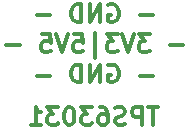
<source format=gbr>
G04 #@! TF.GenerationSoftware,KiCad,Pcbnew,(5.0.2)-1*
G04 #@! TF.CreationDate,2019-03-22T14:25:24+01:00*
G04 #@! TF.ProjectId,TPS63031,54505336-3330-4333-912e-6b696361645f,rev?*
G04 #@! TF.SameCoordinates,Original*
G04 #@! TF.FileFunction,Legend,Bot*
G04 #@! TF.FilePolarity,Positive*
%FSLAX46Y46*%
G04 Gerber Fmt 4.6, Leading zero omitted, Abs format (unit mm)*
G04 Created by KiCad (PCBNEW (5.0.2)-1) date 03/22/19 14:25:24*
%MOMM*%
%LPD*%
G01*
G04 APERTURE LIST*
%ADD10C,0.300000*%
G04 APERTURE END LIST*
D10*
X160884571Y-89047942D02*
X159741714Y-89047942D01*
X157098857Y-88190800D02*
X157241714Y-88119371D01*
X157456000Y-88119371D01*
X157670285Y-88190800D01*
X157813142Y-88333657D01*
X157884571Y-88476514D01*
X157956000Y-88762228D01*
X157956000Y-88976514D01*
X157884571Y-89262228D01*
X157813142Y-89405085D01*
X157670285Y-89547942D01*
X157456000Y-89619371D01*
X157313142Y-89619371D01*
X157098857Y-89547942D01*
X157027428Y-89476514D01*
X157027428Y-88976514D01*
X157313142Y-88976514D01*
X156384571Y-89619371D02*
X156384571Y-88119371D01*
X155527428Y-89619371D01*
X155527428Y-88119371D01*
X154813142Y-89619371D02*
X154813142Y-88119371D01*
X154456000Y-88119371D01*
X154241714Y-88190800D01*
X154098857Y-88333657D01*
X154027428Y-88476514D01*
X153956000Y-88762228D01*
X153956000Y-88976514D01*
X154027428Y-89262228D01*
X154098857Y-89405085D01*
X154241714Y-89547942D01*
X154456000Y-89619371D01*
X154813142Y-89619371D01*
X152170285Y-89047942D02*
X151027428Y-89047942D01*
X163456000Y-91597942D02*
X162313142Y-91597942D01*
X160598857Y-90669371D02*
X159670285Y-90669371D01*
X160170285Y-91240800D01*
X159956000Y-91240800D01*
X159813142Y-91312228D01*
X159741714Y-91383657D01*
X159670285Y-91526514D01*
X159670285Y-91883657D01*
X159741714Y-92026514D01*
X159813142Y-92097942D01*
X159956000Y-92169371D01*
X160384571Y-92169371D01*
X160527428Y-92097942D01*
X160598857Y-92026514D01*
X159241714Y-90669371D02*
X158741714Y-92169371D01*
X158241714Y-90669371D01*
X157884571Y-90669371D02*
X156956000Y-90669371D01*
X157456000Y-91240800D01*
X157241714Y-91240800D01*
X157098857Y-91312228D01*
X157027428Y-91383657D01*
X156956000Y-91526514D01*
X156956000Y-91883657D01*
X157027428Y-92026514D01*
X157098857Y-92097942D01*
X157241714Y-92169371D01*
X157670285Y-92169371D01*
X157813142Y-92097942D01*
X157884571Y-92026514D01*
X155956000Y-92669371D02*
X155956000Y-90526514D01*
X154170285Y-90669371D02*
X154884571Y-90669371D01*
X154956000Y-91383657D01*
X154884571Y-91312228D01*
X154741714Y-91240800D01*
X154384571Y-91240800D01*
X154241714Y-91312228D01*
X154170285Y-91383657D01*
X154098857Y-91526514D01*
X154098857Y-91883657D01*
X154170285Y-92026514D01*
X154241714Y-92097942D01*
X154384571Y-92169371D01*
X154741714Y-92169371D01*
X154884571Y-92097942D01*
X154956000Y-92026514D01*
X153670285Y-90669371D02*
X153170285Y-92169371D01*
X152670285Y-90669371D01*
X151456000Y-90669371D02*
X152170285Y-90669371D01*
X152241714Y-91383657D01*
X152170285Y-91312228D01*
X152027428Y-91240800D01*
X151670285Y-91240800D01*
X151527428Y-91312228D01*
X151456000Y-91383657D01*
X151384571Y-91526514D01*
X151384571Y-91883657D01*
X151456000Y-92026514D01*
X151527428Y-92097942D01*
X151670285Y-92169371D01*
X152027428Y-92169371D01*
X152170285Y-92097942D01*
X152241714Y-92026514D01*
X149598857Y-91597942D02*
X148456000Y-91597942D01*
X160884571Y-94147942D02*
X159741714Y-94147942D01*
X157098857Y-93290800D02*
X157241714Y-93219371D01*
X157456000Y-93219371D01*
X157670285Y-93290800D01*
X157813142Y-93433657D01*
X157884571Y-93576514D01*
X157956000Y-93862228D01*
X157956000Y-94076514D01*
X157884571Y-94362228D01*
X157813142Y-94505085D01*
X157670285Y-94647942D01*
X157456000Y-94719371D01*
X157313142Y-94719371D01*
X157098857Y-94647942D01*
X157027428Y-94576514D01*
X157027428Y-94076514D01*
X157313142Y-94076514D01*
X156384571Y-94719371D02*
X156384571Y-93219371D01*
X155527428Y-94719371D01*
X155527428Y-93219371D01*
X154813142Y-94719371D02*
X154813142Y-93219371D01*
X154456000Y-93219371D01*
X154241714Y-93290800D01*
X154098857Y-93433657D01*
X154027428Y-93576514D01*
X153956000Y-93862228D01*
X153956000Y-94076514D01*
X154027428Y-94362228D01*
X154098857Y-94505085D01*
X154241714Y-94647942D01*
X154456000Y-94719371D01*
X154813142Y-94719371D01*
X152170285Y-94147942D02*
X151027428Y-94147942D01*
X161293285Y-96841571D02*
X160436142Y-96841571D01*
X160864714Y-98341571D02*
X160864714Y-96841571D01*
X159936142Y-98341571D02*
X159936142Y-96841571D01*
X159364714Y-96841571D01*
X159221857Y-96913000D01*
X159150428Y-96984428D01*
X159079000Y-97127285D01*
X159079000Y-97341571D01*
X159150428Y-97484428D01*
X159221857Y-97555857D01*
X159364714Y-97627285D01*
X159936142Y-97627285D01*
X158507571Y-98270142D02*
X158293285Y-98341571D01*
X157936142Y-98341571D01*
X157793285Y-98270142D01*
X157721857Y-98198714D01*
X157650428Y-98055857D01*
X157650428Y-97913000D01*
X157721857Y-97770142D01*
X157793285Y-97698714D01*
X157936142Y-97627285D01*
X158221857Y-97555857D01*
X158364714Y-97484428D01*
X158436142Y-97413000D01*
X158507571Y-97270142D01*
X158507571Y-97127285D01*
X158436142Y-96984428D01*
X158364714Y-96913000D01*
X158221857Y-96841571D01*
X157864714Y-96841571D01*
X157650428Y-96913000D01*
X156364714Y-96841571D02*
X156650428Y-96841571D01*
X156793285Y-96913000D01*
X156864714Y-96984428D01*
X157007571Y-97198714D01*
X157079000Y-97484428D01*
X157079000Y-98055857D01*
X157007571Y-98198714D01*
X156936142Y-98270142D01*
X156793285Y-98341571D01*
X156507571Y-98341571D01*
X156364714Y-98270142D01*
X156293285Y-98198714D01*
X156221857Y-98055857D01*
X156221857Y-97698714D01*
X156293285Y-97555857D01*
X156364714Y-97484428D01*
X156507571Y-97413000D01*
X156793285Y-97413000D01*
X156936142Y-97484428D01*
X157007571Y-97555857D01*
X157079000Y-97698714D01*
X155721857Y-96841571D02*
X154793285Y-96841571D01*
X155293285Y-97413000D01*
X155079000Y-97413000D01*
X154936142Y-97484428D01*
X154864714Y-97555857D01*
X154793285Y-97698714D01*
X154793285Y-98055857D01*
X154864714Y-98198714D01*
X154936142Y-98270142D01*
X155079000Y-98341571D01*
X155507571Y-98341571D01*
X155650428Y-98270142D01*
X155721857Y-98198714D01*
X153864714Y-96841571D02*
X153721857Y-96841571D01*
X153579000Y-96913000D01*
X153507571Y-96984428D01*
X153436142Y-97127285D01*
X153364714Y-97413000D01*
X153364714Y-97770142D01*
X153436142Y-98055857D01*
X153507571Y-98198714D01*
X153579000Y-98270142D01*
X153721857Y-98341571D01*
X153864714Y-98341571D01*
X154007571Y-98270142D01*
X154079000Y-98198714D01*
X154150428Y-98055857D01*
X154221857Y-97770142D01*
X154221857Y-97413000D01*
X154150428Y-97127285D01*
X154079000Y-96984428D01*
X154007571Y-96913000D01*
X153864714Y-96841571D01*
X152864714Y-96841571D02*
X151936142Y-96841571D01*
X152436142Y-97413000D01*
X152221857Y-97413000D01*
X152079000Y-97484428D01*
X152007571Y-97555857D01*
X151936142Y-97698714D01*
X151936142Y-98055857D01*
X152007571Y-98198714D01*
X152079000Y-98270142D01*
X152221857Y-98341571D01*
X152650428Y-98341571D01*
X152793285Y-98270142D01*
X152864714Y-98198714D01*
X150507571Y-98341571D02*
X151364714Y-98341571D01*
X150936142Y-98341571D02*
X150936142Y-96841571D01*
X151079000Y-97055857D01*
X151221857Y-97198714D01*
X151364714Y-97270142D01*
M02*

</source>
